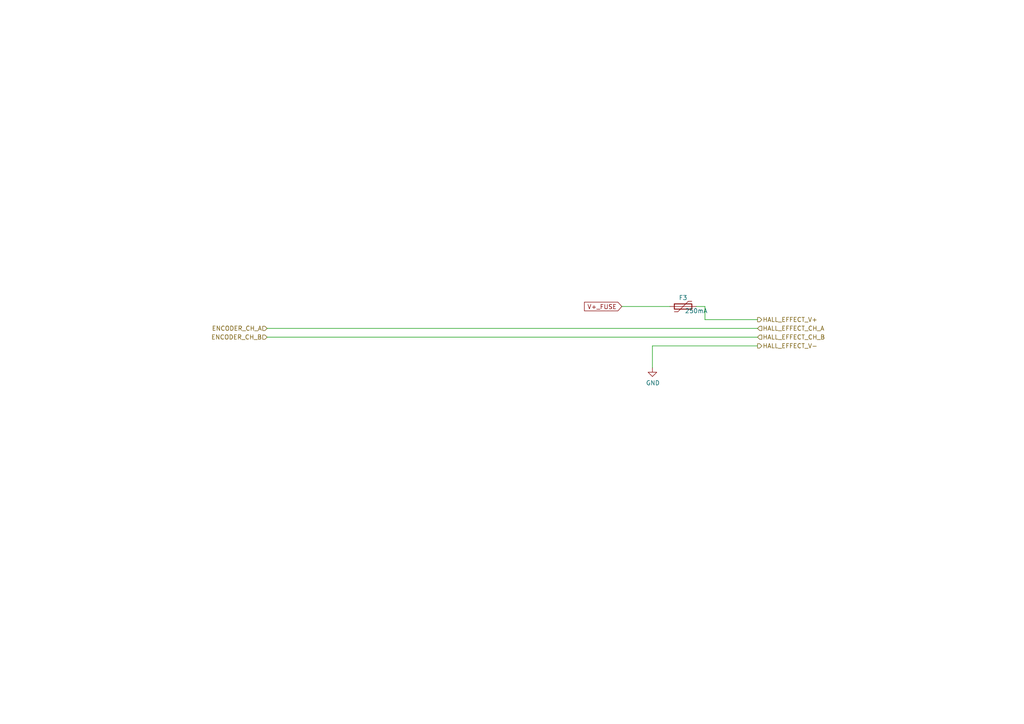
<source format=kicad_sch>
(kicad_sch (version 20230121) (generator eeschema)
  (paper "A4")
  (title_block (date "2020-06-17") (rev "R0.1") (comment 1 "Design by: Matt Casari"))
  (lib_symbols
    (symbol "Device:Polyfuse" (pin_numbers hide) (pin_names (offset 0))
      (property "Reference" "F" (at -2.54 0 90))
      (property "Value" "Polyfuse" (at 2.54 0 90))
      (symbol "Polyfuse_0_1"
        (rectangle (start -0.762 2.54) (end 0.762 -2.54) (stroke (width 0.254)))
        (polyline (pts (xy 0 2.54) (xy 0 -2.54)))
        (polyline (pts (xy -1.524 2.54) (xy -1.524 1.524) (xy 1.524 -1.524) (xy 1.524 -2.54)))
      )
      (symbol "Polyfuse_1_1"
        (pin passive line (at 0 3.81 270) (length 1.27) (name "~") (number "1"))
        (pin passive line (at 0 -3.81 90) (length 1.27) (name "~") (number "2"))
      )
    )
    (symbol "power:GND" (power) (pin_names (offset 0))
      (property "Value" "GND" (at 0 -3.81 0))
      (symbol "GND_0_1"
        (polyline (pts (xy 0 0) (xy 0 -1.27) (xy 1.27 -1.27) (xy 0 -2.54) (xy -1.27 -1.27) (xy 0 -1.27)))
      )
      (symbol "GND_1_1"
        (pin power_in line (at 0 0 270) (length 0) hide (name "GND") (number "1"))
      )
    )
  )
  (wire (pts (xy 201.93 88.9) (xy 204.47 88.9)))
  (wire (pts (xy 77.47 95.25) (xy 219.71 95.25)))
  (wire (pts (xy 204.47 88.9) (xy 204.47 92.71)))
  (wire (pts (xy 204.47 92.71) (xy 219.71 92.71)))
  (wire (pts (xy 219.71 100.33) (xy 189.23 100.33)))
  (wire (pts (xy 180.34 88.9) (xy 194.31 88.9)))
  (wire (pts (xy 77.47 97.79) (xy 219.71 97.79)))
  (wire (pts (xy 189.23 100.33) (xy 189.23 106.68)))
  (global_label "V+_FUSE" (shape input) (at 180.34 88.9 180) (property "Intersheetrefs" "${INTERSHEET_REFS}" (effects hide)))
  (hierarchical_label "HALL_EFFECT_V-" (shape output) (at 219.71 100.33 0))
  (hierarchical_label "ENCODER_CH_A" (shape input) (at 77.47 95.25 180))
  (hierarchical_label "HALL_EFFECT_V+" (shape output) (at 219.71 92.71 0))
  (hierarchical_label "ENCODER_CH_B" (shape input) (at 77.47 97.79 180))
  (hierarchical_label "HALL_EFFECT_CH_B" (shape input) (at 219.71 97.79 0))
  (hierarchical_label "HALL_EFFECT_CH_A" (shape input) (at 219.71 95.25 0))
  (symbol (lib_id "Device:Polyfuse") (at 198.12 88.9 270) (unit 1)
    (property "Reference" "F3" (at 198.12 86.36 90))
    (property "Value" "250mA" (at 201.93 90.17 90))
    (property "Footprint" "Fuse:Fuse_Bourns_MF-RG650" (effects hide))
    (property "MPN" "MF-R025" (effects hide))
  )
  (symbol (lib_id "power:GND") (at 189.23 106.68 0) (unit 1)
    (property "Reference" "#PWR062" (effects hide))
    (property "Value" "GND" (at 189.357 111.0742 0))
  )
)
</source>
